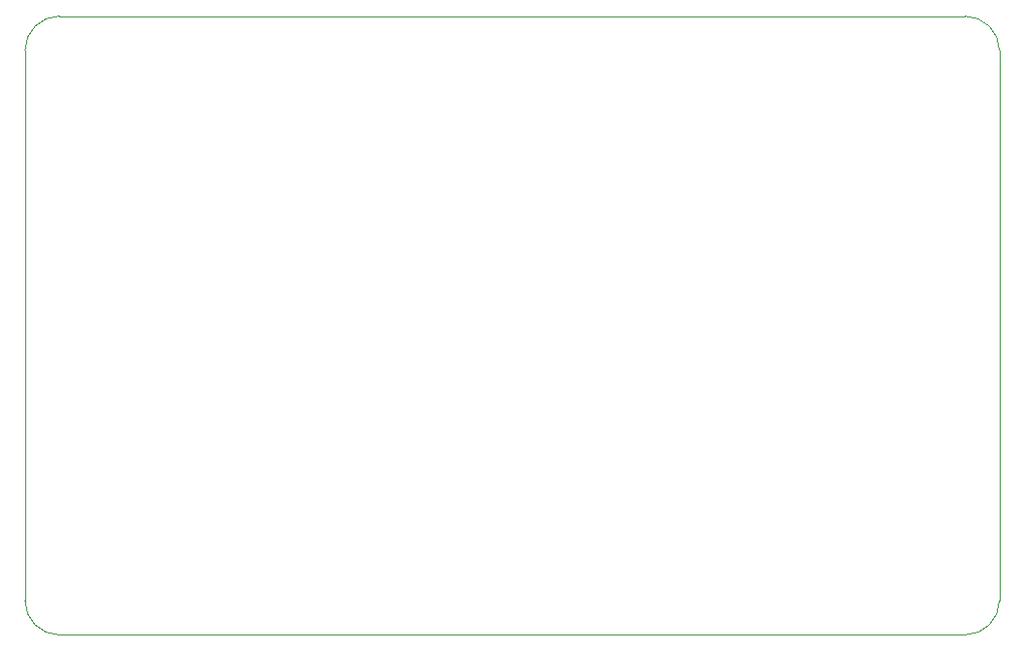
<source format=gbr>
%TF.GenerationSoftware,KiCad,Pcbnew,5.1.6+dfsg1-1~bpo10+1*%
%TF.CreationDate,2020-09-02T15:08:30+01:00*%
%TF.ProjectId,Ultra96-IO-Mezzanine,556c7472-6139-4362-9d49-4f2d4d657a7a,A*%
%TF.SameCoordinates,Original*%
%TF.FileFunction,Profile,NP*%
%FSLAX46Y46*%
G04 Gerber Fmt 4.6, Leading zero omitted, Abs format (unit mm)*
G04 Created by KiCad (PCBNEW 5.1.6+dfsg1-1~bpo10+1) date 2020-09-02 15:08:30*
%MOMM*%
%LPD*%
G01*
G04 APERTURE LIST*
%TA.AperFunction,Profile*%
%ADD10C,0.100000*%
%TD*%
G04 APERTURE END LIST*
D10*
X100000000Y-103000000D02*
G75*
G02*
X103000000Y-100000000I3000000J0D01*
G01*
X103000000Y-154000000D02*
G75*
G02*
X100000000Y-151000000I0J3000000D01*
G01*
X185000000Y-151000000D02*
G75*
G02*
X182000000Y-154000000I-3000000J0D01*
G01*
X182000000Y-100000000D02*
G75*
G02*
X185000000Y-103000000I0J-3000000D01*
G01*
X103000000Y-154000000D02*
X182000000Y-154000000D01*
X185000000Y-103000000D02*
X185000000Y-151000000D01*
X100000000Y-151000000D02*
X100000000Y-103000000D01*
X103000000Y-100000000D02*
X182000000Y-100000000D01*
M02*

</source>
